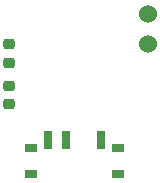
<source format=gbr>
%TF.GenerationSoftware,KiCad,Pcbnew,7.0.6*%
%TF.CreationDate,2024-02-09T00:40:26+01:00*%
%TF.ProjectId,openDTU,6f70656e-4454-4552-9e6b-696361645f70,rev?*%
%TF.SameCoordinates,Original*%
%TF.FileFunction,Paste,Bot*%
%TF.FilePolarity,Positive*%
%FSLAX46Y46*%
G04 Gerber Fmt 4.6, Leading zero omitted, Abs format (unit mm)*
G04 Created by KiCad (PCBNEW 7.0.6) date 2024-02-09 00:40:26*
%MOMM*%
%LPD*%
G01*
G04 APERTURE LIST*
G04 Aperture macros list*
%AMRoundRect*
0 Rectangle with rounded corners*
0 $1 Rounding radius*
0 $2 $3 $4 $5 $6 $7 $8 $9 X,Y pos of 4 corners*
0 Add a 4 corners polygon primitive as box body*
4,1,4,$2,$3,$4,$5,$6,$7,$8,$9,$2,$3,0*
0 Add four circle primitives for the rounded corners*
1,1,$1+$1,$2,$3*
1,1,$1+$1,$4,$5*
1,1,$1+$1,$6,$7*
1,1,$1+$1,$8,$9*
0 Add four rect primitives between the rounded corners*
20,1,$1+$1,$2,$3,$4,$5,0*
20,1,$1+$1,$4,$5,$6,$7,0*
20,1,$1+$1,$6,$7,$8,$9,0*
20,1,$1+$1,$8,$9,$2,$3,0*%
G04 Aperture macros list end*
%ADD10C,1.524000*%
%ADD11R,1.000000X0.800000*%
%ADD12R,0.700000X1.500000*%
%ADD13RoundRect,0.225000X-0.250000X0.225000X-0.250000X-0.225000X0.250000X-0.225000X0.250000X0.225000X0*%
G04 APERTURE END LIST*
D10*
%TO.C,J2*%
X177700000Y-94900000D03*
X177700000Y-92360000D03*
%TD*%
D11*
%TO.C,SW1*%
X175150000Y-105930000D03*
X175150000Y-103720000D03*
X167850000Y-105930000D03*
X167850000Y-103720000D03*
D12*
X173750000Y-103070000D03*
X170750000Y-103070000D03*
X169250000Y-103070000D03*
%TD*%
D13*
%TO.C,C1*%
X166000000Y-94950000D03*
X166000000Y-96500000D03*
%TD*%
%TO.C,C2*%
X166000000Y-98450000D03*
X166000000Y-100000000D03*
%TD*%
M02*

</source>
